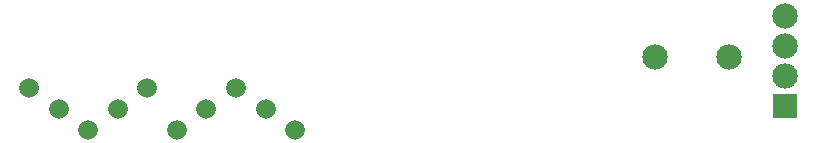
<source format=gbs>
G04 Layer_Color=16711935*
%FSLAX42Y42*%
%MOMM*%
G71*
G01*
G75*
%ADD27C,2.15*%
%ADD28C,1.67*%
%ADD29R,2.15X2.15*%
D27*
X9676Y887D02*
D03*
X10301D02*
D03*
X10776Y983D02*
D03*
Y729D02*
D03*
Y1237D02*
D03*
D28*
X6625Y275D02*
D03*
X6375Y450D02*
D03*
X4375Y625D02*
D03*
X4625Y450D02*
D03*
X4875Y275D02*
D03*
X5125Y450D02*
D03*
X5375Y625D02*
D03*
X5625Y275D02*
D03*
X5875Y450D02*
D03*
X6125Y625D02*
D03*
D29*
X10776Y475D02*
D03*
M02*

</source>
